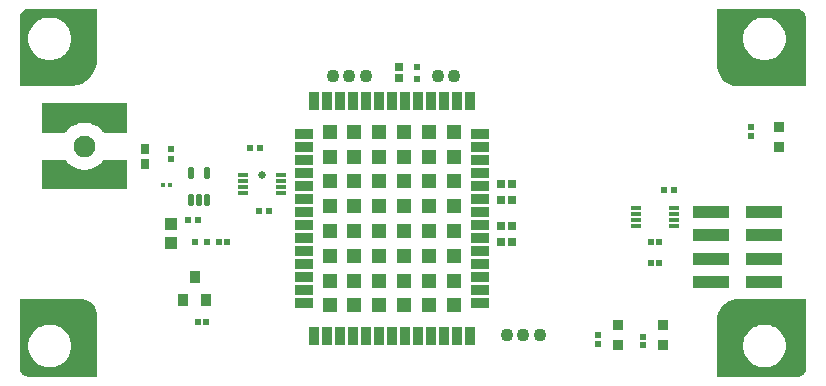
<source format=gts>
G04*
G04 #@! TF.GenerationSoftware,Altium Limited,Altium Designer,22.5.1 (42)*
G04*
G04 Layer_Color=8388736*
%FSLAX44Y44*%
%MOMM*%
G71*
G04*
G04 #@! TF.SameCoordinates,16E258D9-83B2-4854-9FD3-66D1B54B03FA*
G04*
G04*
G04 #@! TF.FilePolarity,Negative*
G04*
G01*
G75*
%ADD18R,5.0000X1.0000*%
%ADD19C,1.0000*%
%ADD21R,0.4725X0.5811*%
%ADD23R,0.5811X0.4725*%
%ADD28R,0.6000X0.5000*%
%ADD29R,0.6153X0.5725*%
%ADD32R,0.6500X0.8500*%
%ADD33R,0.5725X0.6153*%
%ADD34R,0.4541X0.3627*%
%ADD35R,0.5000X0.6000*%
%ADD39R,0.9000X0.9000*%
%ADD40C,1.1000*%
G04:AMPARAMS|DCode=41|XSize=0.5016mm|YSize=0.9516mm|CornerRadius=0.1008mm|HoleSize=0mm|Usage=FLASHONLY|Rotation=180.000|XOffset=0mm|YOffset=0mm|HoleType=Round|Shape=RoundedRectangle|*
%AMROUNDEDRECTD41*
21,1,0.5016,0.7500,0,0,180.0*
21,1,0.3000,0.9516,0,0,180.0*
1,1,0.2016,-0.1500,0.3750*
1,1,0.2016,0.1500,0.3750*
1,1,0.2016,0.1500,-0.3750*
1,1,0.2016,-0.1500,-0.3750*
%
%ADD41ROUNDEDRECTD41*%
%ADD42R,0.9016X1.6016*%
%ADD43R,1.6016X0.9016*%
%ADD44R,1.2016X1.2016*%
%ADD45R,0.7200X0.7000*%
G04:AMPARAMS|DCode=46|XSize=0.4016mm|YSize=0.9016mm|CornerRadius=0.1003mm|HoleSize=0mm|Usage=FLASHONLY|Rotation=90.000|XOffset=0mm|YOffset=0mm|HoleType=Round|Shape=RoundedRectangle|*
%AMROUNDEDRECTD46*
21,1,0.4016,0.7010,0,0,90.0*
21,1,0.2010,0.9016,0,0,90.0*
1,1,0.2006,0.3505,0.1005*
1,1,0.2006,0.3505,-0.1005*
1,1,0.2006,-0.3505,-0.1005*
1,1,0.2006,-0.3505,0.1005*
%
%ADD46ROUNDEDRECTD46*%
%ADD47R,0.9000X1.0000*%
%ADD48R,1.1000X1.0000*%
%ADD49R,0.7000X0.7200*%
%ADD50R,3.0516X1.1216*%
%ADD51C,0.6604*%
G36*
X68410Y269810D02*
X68190Y267663D01*
X66973Y263523D01*
X65021Y259674D01*
X62399Y256247D01*
X59196Y253355D01*
X55518Y251097D01*
X51491Y249548D01*
X47248Y248760D01*
X45090Y248760D01*
X3010D01*
Y306849D01*
X3011Y307598D01*
X3305Y309069D01*
X3880Y310455D01*
X4714Y311701D01*
X5775Y312761D01*
X7023Y313594D01*
X8409Y314167D01*
X9880Y314460D01*
X10630Y314460D01*
X10630Y314460D01*
X68410D01*
X68410Y269810D01*
D02*
G37*
G36*
X661080Y314460D02*
X661080Y314460D01*
X661080D01*
X662250Y314374D01*
X663182Y314200D01*
X664504Y313689D01*
X665710Y312945D01*
X666759Y311992D01*
X667615Y310863D01*
X668250Y309595D01*
X668642Y308233D01*
X668710Y307528D01*
X668710Y248760D01*
X612290Y248760D01*
X610481D01*
X606929Y249446D01*
X603571Y250794D01*
X600530Y252755D01*
X597916Y255256D01*
X595824Y258208D01*
X594331Y261504D01*
X593489Y265023D01*
X593410Y266830D01*
X593410Y314460D01*
X661080D01*
X661080Y314460D01*
D02*
G37*
G36*
X93561Y234314D02*
X93657Y234285D01*
X93745Y234237D01*
X93823Y234174D01*
X93886Y234097D01*
X93933Y234008D01*
X93962Y233913D01*
X93972Y233813D01*
Y210191D01*
X93962Y210091D01*
X93933Y209996D01*
X93886Y209907D01*
X93823Y209830D01*
X93745Y209767D01*
X93657Y209720D01*
X93561Y209690D01*
X93462Y209681D01*
X74316D01*
X74289Y209683D01*
X74261Y209684D01*
X74239Y209688D01*
X74217Y209690D01*
X74190Y209698D01*
X74163Y209704D01*
X74142Y209713D01*
X74121Y209720D01*
X74097Y209732D01*
X74071Y209743D01*
X74053Y209756D01*
X74033Y209767D01*
X74011Y209784D01*
X73989Y209800D01*
X73973Y209816D01*
X73955Y209830D01*
X73938Y209851D01*
X73918Y209871D01*
X72942Y211085D01*
X70728Y213260D01*
X68213Y215060D01*
X65450Y216450D01*
X62504Y217395D01*
X59448Y217874D01*
X56355D01*
X53299Y217395D01*
X50354Y216450D01*
X47590Y215060D01*
X45075Y213260D01*
X42862Y211085D01*
X41885Y209871D01*
X41866Y209851D01*
X41848Y209830D01*
X41831Y209816D01*
X41815Y209800D01*
X41792Y209784D01*
X41771Y209767D01*
X41751Y209756D01*
X41732Y209743D01*
X41707Y209732D01*
X41683Y209720D01*
X41661Y209713D01*
X41640Y209704D01*
X41613Y209698D01*
X41587Y209690D01*
X41564Y209688D01*
X41542Y209684D01*
X41515Y209683D01*
X41487Y209681D01*
X22342D01*
X22242Y209690D01*
X22146Y209720D01*
X22058Y209767D01*
X21981Y209830D01*
X21917Y209907D01*
X21870Y209996D01*
X21841Y210091D01*
X21831Y210191D01*
Y233813D01*
X21841Y233913D01*
X21870Y234008D01*
X21917Y234097D01*
X21981Y234174D01*
X22058Y234237D01*
X22146Y234285D01*
X22242Y234314D01*
X22342Y234324D01*
X93462D01*
X93561Y234314D01*
D02*
G37*
G36*
X58852Y207136D02*
X60520Y206804D01*
X60616Y206775D01*
X60616Y206775D01*
X62188Y206124D01*
X62276Y206077D01*
X63690Y205131D01*
X63768Y205068D01*
X63768Y205068D01*
X64971Y203865D01*
X65034Y203788D01*
X65979Y202374D01*
X65979Y202373D01*
X66027Y202285D01*
X66677Y200714D01*
X66707Y200618D01*
X67038Y198949D01*
X67048Y198850D01*
Y197999D01*
Y197148D01*
X67038Y197049D01*
X66707Y195380D01*
X66677Y195285D01*
X66677Y195285D01*
X66027Y193713D01*
X65979Y193625D01*
X65034Y192210D01*
X64971Y192133D01*
X64971Y192133D01*
X63768Y190930D01*
X63690Y190867D01*
X62276Y189922D01*
X62276Y189921D01*
X62188Y189874D01*
X60616Y189223D01*
X60520Y189194D01*
X58852Y188862D01*
X58752Y188853D01*
X57051D01*
X56951Y188862D01*
X55283Y189194D01*
X55187Y189223D01*
X55187Y189223D01*
X53616Y189874D01*
X53527Y189921D01*
X52113Y190867D01*
X52036Y190930D01*
X52035Y190930D01*
X50833Y192133D01*
X50769Y192210D01*
X49824Y193625D01*
X49824Y193625D01*
X49777Y193713D01*
X49126Y195285D01*
X49097Y195380D01*
X48765Y197049D01*
X48755Y197148D01*
Y197999D01*
Y198850D01*
X48765Y198949D01*
X49097Y200618D01*
X49126Y200714D01*
X49126Y200714D01*
X49777Y202285D01*
X49824Y202373D01*
X50769Y203788D01*
X50833Y203865D01*
X50833Y203865D01*
X52036Y205068D01*
X52113Y205131D01*
X53527Y206077D01*
X53527Y206077D01*
X53616Y206124D01*
X55187Y206775D01*
X55283Y206804D01*
X56951Y207136D01*
X57051Y207146D01*
X58752D01*
X58852Y207136D01*
D02*
G37*
G36*
X93561Y186308D02*
X93657Y186279D01*
X93745Y186231D01*
X93823Y186168D01*
X93886Y186091D01*
X93933Y186002D01*
X93962Y185907D01*
X93972Y185807D01*
Y162185D01*
X93962Y162085D01*
X93933Y161990D01*
X93886Y161901D01*
X93823Y161824D01*
X93745Y161761D01*
X93657Y161714D01*
X93561Y161684D01*
X93462Y161675D01*
X22342D01*
X22242Y161684D01*
X22146Y161714D01*
X22058Y161761D01*
X21981Y161824D01*
X21917Y161901D01*
X21870Y161990D01*
X21841Y162085D01*
X21831Y162185D01*
Y185807D01*
X21841Y185907D01*
X21870Y186002D01*
X21917Y186091D01*
X21981Y186168D01*
X22058Y186231D01*
X22146Y186279D01*
X22242Y186308D01*
X22342Y186318D01*
X41487D01*
X41515Y186315D01*
X41542Y186315D01*
X41564Y186310D01*
X41587Y186308D01*
X41613Y186300D01*
X41640Y186294D01*
X41661Y186285D01*
X41683Y186279D01*
X41707Y186266D01*
X41732Y186255D01*
X41751Y186242D01*
X41771Y186231D01*
X41792Y186214D01*
X41815Y186199D01*
X41830Y186183D01*
X41848Y186168D01*
X41866Y186147D01*
X41885Y186127D01*
X42862Y184914D01*
X45075Y182739D01*
X47590Y180938D01*
X50354Y179548D01*
X53299Y178603D01*
X56355Y178124D01*
X59448D01*
X62504Y178603D01*
X65450Y179548D01*
X68213Y180938D01*
X70728Y182738D01*
X72942Y184914D01*
X73918Y186127D01*
X73938Y186147D01*
X73955Y186168D01*
X73973Y186182D01*
X73989Y186199D01*
X74011Y186214D01*
X74033Y186231D01*
X74053Y186242D01*
X74071Y186255D01*
X74097Y186266D01*
X74121Y186279D01*
X74142Y186285D01*
X74163Y186294D01*
X74190Y186300D01*
X74217Y186308D01*
X74239Y186310D01*
X74261Y186315D01*
X74289Y186315D01*
X74316Y186318D01*
X93462Y186318D01*
X93561Y186308D01*
D02*
G37*
G36*
X58784Y68181D02*
X61151Y67241D01*
X63298Y65872D01*
X65150Y64124D01*
X66640Y62059D01*
X67715Y59750D01*
X68337Y57281D01*
X68410Y56010D01*
X68410Y2960D01*
X10660D01*
X9929Y2960D01*
X8494Y3236D01*
X7137Y3779D01*
X5907Y4569D01*
X4848Y5577D01*
X4000Y6768D01*
X3391Y8097D01*
X3045Y9517D01*
X3010Y10247D01*
Y68660D01*
X55010D01*
X55010Y68660D01*
X55010Y68660D01*
X56283Y68660D01*
X58784Y68181D01*
D02*
G37*
G36*
X668917Y9938D02*
X668858Y9220D01*
X668477Y7832D01*
X667845Y6538D01*
X666984Y5383D01*
X665925Y4407D01*
X664704Y3645D01*
X663363Y3121D01*
X662458Y2950D01*
X661227Y2855D01*
X593618Y2855D01*
X593617Y51804D01*
X593705Y53485D01*
X594512Y56751D01*
X595921Y59807D01*
X597881Y62542D01*
X600321Y64858D01*
X603155Y66673D01*
X606281Y67920D01*
X609585Y68555D01*
X611267D01*
X611268Y68555D01*
X668917D01*
X668917Y9938D01*
D02*
G37*
%LPC*%
G36*
X30037Y307050D02*
X26983D01*
X26733Y307000D01*
X26478D01*
X23484Y306404D01*
X23248Y306307D01*
X22998Y306257D01*
X20177Y305089D01*
X19965Y304947D01*
X19729Y304849D01*
X17191Y303153D01*
X17010Y302973D01*
X16798Y302831D01*
X14639Y300672D01*
X14497Y300460D01*
X14317Y300280D01*
X12621Y297741D01*
X12523Y297505D01*
X12381Y297293D01*
X11213Y294472D01*
X11163Y294222D01*
X11066Y293986D01*
X10470Y290992D01*
Y290737D01*
X10420Y290487D01*
Y288960D01*
Y287433D01*
X10470Y287183D01*
Y286928D01*
X11066Y283934D01*
X11163Y283698D01*
X11213Y283448D01*
X12381Y280627D01*
X12523Y280415D01*
X12621Y280179D01*
X14317Y277640D01*
X14497Y277460D01*
X14639Y277248D01*
X16798Y275089D01*
X17010Y274947D01*
X17191Y274767D01*
X19729Y273071D01*
X19965Y272973D01*
X20177Y272831D01*
X22998Y271663D01*
X23248Y271613D01*
X23484Y271516D01*
X26478Y270920D01*
X26733D01*
X26983Y270870D01*
X30037D01*
X30287Y270920D01*
X30542D01*
X33536Y271516D01*
X33772Y271613D01*
X34022Y271663D01*
X36843Y272831D01*
X37055Y272973D01*
X37291Y273071D01*
X39829Y274767D01*
X40010Y274947D01*
X40222Y275089D01*
X42381Y277248D01*
X42523Y277460D01*
X42703Y277640D01*
X44399Y280179D01*
X44497Y280415D01*
X44639Y280627D01*
X45807Y283448D01*
X45857Y283698D01*
X45954Y283934D01*
X46550Y286928D01*
Y287183D01*
X46600Y287433D01*
Y288960D01*
Y290487D01*
X46550Y290737D01*
Y290992D01*
X45954Y293986D01*
X45857Y294222D01*
X45807Y294472D01*
X44639Y297293D01*
X44497Y297505D01*
X44399Y297741D01*
X42703Y300280D01*
X42523Y300460D01*
X42381Y300672D01*
X40222Y302831D01*
X40010Y302973D01*
X39829Y303153D01*
X37291Y304849D01*
X37055Y304947D01*
X36843Y305089D01*
X34022Y306257D01*
X33772Y306307D01*
X33536Y306404D01*
X30542Y307000D01*
X30287D01*
X30037Y307050D01*
D02*
G37*
G36*
X635037D02*
X631983D01*
X631733Y307000D01*
X631478D01*
X628484Y306404D01*
X628248Y306307D01*
X627998Y306257D01*
X625177Y305089D01*
X624965Y304947D01*
X624729Y304849D01*
X622191Y303153D01*
X622010Y302973D01*
X621798Y302831D01*
X619639Y300672D01*
X619497Y300460D01*
X619317Y300280D01*
X617621Y297741D01*
X617523Y297505D01*
X617381Y297293D01*
X616213Y294472D01*
X616163Y294222D01*
X616066Y293986D01*
X615470Y290992D01*
Y290737D01*
X615420Y290487D01*
Y287433D01*
X615470Y287183D01*
Y286928D01*
X616066Y283934D01*
X616163Y283698D01*
X616213Y283448D01*
X617381Y280627D01*
X617523Y280415D01*
X617621Y280179D01*
X619317Y277640D01*
X619497Y277460D01*
X619639Y277248D01*
X621798Y275089D01*
X622010Y274947D01*
X622191Y274767D01*
X624729Y273071D01*
X624965Y272973D01*
X625177Y272831D01*
X627998Y271663D01*
X628248Y271613D01*
X628484Y271516D01*
X631478Y270920D01*
X631733D01*
X631983Y270870D01*
X635037D01*
X635287Y270920D01*
X635542D01*
X638536Y271516D01*
X638772Y271613D01*
X639022Y271663D01*
X641843Y272831D01*
X642055Y272973D01*
X642291Y273071D01*
X644829Y274767D01*
X645010Y274947D01*
X645222Y275089D01*
X647381Y277248D01*
X647523Y277460D01*
X647703Y277640D01*
X649399Y280179D01*
X649497Y280415D01*
X649639Y280627D01*
X650807Y283448D01*
X650857Y283698D01*
X650954Y283934D01*
X651550Y286928D01*
Y287183D01*
X651600Y287433D01*
Y290487D01*
X651550Y290737D01*
Y290992D01*
X650954Y293986D01*
X650857Y294222D01*
X650807Y294472D01*
X649639Y297293D01*
X649497Y297505D01*
X649399Y297741D01*
X647703Y300280D01*
X647523Y300460D01*
X647381Y300672D01*
X645222Y302831D01*
X645010Y302973D01*
X644829Y303153D01*
X642291Y304849D01*
X642055Y304947D01*
X641843Y305089D01*
X639022Y306257D01*
X638772Y306307D01*
X638536Y306404D01*
X635542Y307000D01*
X635287D01*
X635037Y307050D01*
D02*
G37*
G36*
X30037Y47050D02*
X26983D01*
X26733Y47000D01*
X26478D01*
X23484Y46404D01*
X23248Y46307D01*
X22998Y46257D01*
X20177Y45089D01*
X19965Y44947D01*
X19729Y44849D01*
X17191Y43153D01*
X17010Y42973D01*
X16798Y42831D01*
X14639Y40672D01*
X14497Y40460D01*
X14317Y40279D01*
X12621Y37741D01*
X12523Y37505D01*
X12381Y37293D01*
X11213Y34472D01*
X11163Y34222D01*
X11066Y33986D01*
X10470Y30992D01*
Y30737D01*
X10420Y30487D01*
Y27433D01*
X10470Y27183D01*
Y26928D01*
X11066Y23934D01*
X11163Y23698D01*
X11213Y23448D01*
X12381Y20627D01*
X12523Y20415D01*
X12621Y20179D01*
X14317Y17641D01*
X14497Y17460D01*
X14639Y17248D01*
X16798Y15089D01*
X17010Y14947D01*
X17191Y14767D01*
X19729Y13071D01*
X19965Y12973D01*
X20177Y12831D01*
X22998Y11663D01*
X23248Y11613D01*
X23484Y11516D01*
X26478Y10920D01*
X26733D01*
X26983Y10870D01*
X30037D01*
X30287Y10920D01*
X30542D01*
X33536Y11516D01*
X33772Y11613D01*
X34022Y11663D01*
X36843Y12831D01*
X37055Y12973D01*
X37291Y13071D01*
X39829Y14767D01*
X40010Y14947D01*
X40222Y15089D01*
X42381Y17248D01*
X42523Y17460D01*
X42703Y17641D01*
X44399Y20179D01*
X44497Y20415D01*
X44639Y20627D01*
X45807Y23448D01*
X45857Y23698D01*
X45954Y23934D01*
X46550Y26928D01*
Y27183D01*
X46600Y27433D01*
Y30487D01*
X46550Y30737D01*
Y30992D01*
X45954Y33986D01*
X45857Y34222D01*
X45807Y34472D01*
X44639Y37293D01*
X44497Y37505D01*
X44399Y37741D01*
X42703Y40279D01*
X42523Y40460D01*
X42381Y40672D01*
X40222Y42831D01*
X40010Y42973D01*
X39829Y43153D01*
X37291Y44849D01*
X37055Y44947D01*
X36843Y45089D01*
X34022Y46257D01*
X33772Y46307D01*
X33536Y46404D01*
X30542Y47000D01*
X30287D01*
X30037Y47050D01*
D02*
G37*
G36*
X635037D02*
X631983D01*
X631733Y47000D01*
X631478D01*
X628484Y46404D01*
X628248Y46307D01*
X627998Y46257D01*
X625177Y45089D01*
X624965Y44947D01*
X624729Y44849D01*
X622191Y43153D01*
X622010Y42973D01*
X621798Y42831D01*
X619639Y40672D01*
X619497Y40460D01*
X619317Y40279D01*
X617621Y37741D01*
X617523Y37505D01*
X617381Y37293D01*
X616213Y34472D01*
X616163Y34222D01*
X616066Y33986D01*
X615470Y30992D01*
Y30737D01*
X615420Y30487D01*
Y27433D01*
X615470Y27183D01*
Y26928D01*
X616066Y23934D01*
X616163Y23698D01*
X616213Y23448D01*
X617381Y20627D01*
X617523Y20415D01*
X617621Y20179D01*
X619317Y17641D01*
X619497Y17460D01*
X619639Y17248D01*
X621798Y15089D01*
X622010Y14947D01*
X622191Y14767D01*
X624729Y13071D01*
X624965Y12973D01*
X625177Y12831D01*
X627998Y11663D01*
X628248Y11613D01*
X628484Y11516D01*
X631478Y10920D01*
X631733D01*
X631983Y10870D01*
X635037D01*
X635287Y10920D01*
X635542D01*
X638536Y11516D01*
X638772Y11613D01*
X639022Y11663D01*
X641843Y12831D01*
X642055Y12973D01*
X642291Y13071D01*
X644829Y14767D01*
X645010Y14947D01*
X645222Y15089D01*
X647381Y17248D01*
X647523Y17460D01*
X647703Y17641D01*
X649399Y20179D01*
X649497Y20415D01*
X649639Y20627D01*
X650807Y23448D01*
X650857Y23698D01*
X650954Y23934D01*
X651550Y26928D01*
Y27183D01*
X651600Y27433D01*
Y30487D01*
X651550Y30737D01*
Y30992D01*
X650954Y33986D01*
X650857Y34222D01*
X650807Y34472D01*
X649639Y37293D01*
X649497Y37505D01*
X649399Y37741D01*
X647703Y40279D01*
X647523Y40460D01*
X647381Y40672D01*
X645222Y42831D01*
X645010Y42973D01*
X644829Y43153D01*
X642291Y44849D01*
X642055Y44947D01*
X641843Y45089D01*
X639022Y46257D01*
X638772Y46307D01*
X638536Y46404D01*
X635542Y47000D01*
X635287D01*
X635037Y47050D01*
D02*
G37*
%LPD*%
D18*
X57900Y168838D02*
D03*
X55360Y225940D02*
D03*
D19*
X57902Y197999D02*
D03*
D21*
X622554Y214221D02*
D03*
Y206911D02*
D03*
X492760Y37945D02*
D03*
Y30635D02*
D03*
X530860Y36675D02*
D03*
Y29365D02*
D03*
D23*
X537365Y99060D02*
D03*
X544675D02*
D03*
Y116840D02*
D03*
X537365D02*
D03*
X153825Y49530D02*
D03*
X161135D02*
D03*
X178915Y116840D02*
D03*
X171605D02*
D03*
D28*
X339090Y255350D02*
D03*
Y265350D02*
D03*
D29*
X213836Y143510D02*
D03*
X205264D02*
D03*
X557211Y161290D02*
D03*
X548640D02*
D03*
X206216Y196850D02*
D03*
X197644D02*
D03*
X154146Y135890D02*
D03*
X145574D02*
D03*
D32*
X109220Y182980D02*
D03*
Y195480D02*
D03*
D33*
X130810Y187484D02*
D03*
Y196056D02*
D03*
D34*
X130043Y165100D02*
D03*
X123957D02*
D03*
D35*
X161210Y116840D02*
D03*
X151210D02*
D03*
D39*
X645922Y213990D02*
D03*
Y197490D02*
D03*
X509270Y46350D02*
D03*
Y29850D02*
D03*
X547370Y46350D02*
D03*
Y29850D02*
D03*
D40*
X370840Y257810D02*
D03*
X356870D02*
D03*
X295910D02*
D03*
X281940D02*
D03*
X267970D02*
D03*
X443230Y38100D02*
D03*
X429260D02*
D03*
X415290D02*
D03*
D41*
X148440Y175080D02*
D03*
X161440D02*
D03*
Y152580D02*
D03*
X154940D02*
D03*
X148440D02*
D03*
D42*
X383930Y236320D02*
D03*
X372930D02*
D03*
X361930D02*
D03*
X350930D02*
D03*
X339930D02*
D03*
X328930D02*
D03*
X317930D02*
D03*
X284930D02*
D03*
X273930D02*
D03*
X262930D02*
D03*
X295930D02*
D03*
X306930D02*
D03*
X251930D02*
D03*
Y37320D02*
D03*
X262930D02*
D03*
X273930D02*
D03*
X284930D02*
D03*
X295930D02*
D03*
X306930D02*
D03*
X317930D02*
D03*
X328930D02*
D03*
X339930D02*
D03*
X350930D02*
D03*
X361930D02*
D03*
X372930D02*
D03*
X383930D02*
D03*
D43*
X243430Y208320D02*
D03*
Y197320D02*
D03*
Y186320D02*
D03*
Y175320D02*
D03*
Y164320D02*
D03*
Y153320D02*
D03*
Y142320D02*
D03*
Y131320D02*
D03*
Y120320D02*
D03*
Y109320D02*
D03*
Y98320D02*
D03*
Y87320D02*
D03*
Y76320D02*
D03*
Y65320D02*
D03*
X392430D02*
D03*
Y76320D02*
D03*
Y87320D02*
D03*
Y98320D02*
D03*
Y109320D02*
D03*
Y120320D02*
D03*
Y131320D02*
D03*
Y142320D02*
D03*
Y153320D02*
D03*
Y164320D02*
D03*
Y175320D02*
D03*
Y186320D02*
D03*
Y197320D02*
D03*
Y208320D02*
D03*
D44*
X265430Y63320D02*
D03*
Y84320D02*
D03*
Y105320D02*
D03*
Y126320D02*
D03*
Y147320D02*
D03*
Y168320D02*
D03*
Y189320D02*
D03*
X265430Y210320D02*
D03*
X286430Y63320D02*
D03*
Y84320D02*
D03*
Y105320D02*
D03*
Y126320D02*
D03*
Y147320D02*
D03*
Y168320D02*
D03*
Y189320D02*
D03*
X286430Y210320D02*
D03*
X307430Y63320D02*
D03*
Y84320D02*
D03*
Y105320D02*
D03*
Y126320D02*
D03*
Y147320D02*
D03*
Y168320D02*
D03*
Y189320D02*
D03*
X307430Y210320D02*
D03*
X328430Y63320D02*
D03*
Y84320D02*
D03*
Y105320D02*
D03*
Y126320D02*
D03*
Y147320D02*
D03*
Y168320D02*
D03*
Y189320D02*
D03*
X328430Y210320D02*
D03*
X349430Y63320D02*
D03*
Y84320D02*
D03*
Y105320D02*
D03*
Y126320D02*
D03*
Y147320D02*
D03*
Y168320D02*
D03*
Y189320D02*
D03*
X349430Y210320D02*
D03*
X370430Y63320D02*
D03*
Y84320D02*
D03*
Y105320D02*
D03*
Y126320D02*
D03*
Y147320D02*
D03*
Y168320D02*
D03*
Y189320D02*
D03*
X370430Y210320D02*
D03*
D45*
X323850Y264950D02*
D03*
Y255750D02*
D03*
D46*
X224280Y158870D02*
D03*
Y163870D02*
D03*
Y168870D02*
D03*
Y173870D02*
D03*
X192280Y158870D02*
D03*
Y163870D02*
D03*
Y168870D02*
D03*
Y173870D02*
D03*
X557020Y130930D02*
D03*
Y135930D02*
D03*
Y140930D02*
D03*
Y145930D02*
D03*
X525020Y130930D02*
D03*
Y135930D02*
D03*
Y140930D02*
D03*
Y145930D02*
D03*
D47*
X141630Y67470D02*
D03*
X160630D02*
D03*
X151130Y87470D02*
D03*
D48*
X130810Y116460D02*
D03*
Y132460D02*
D03*
D49*
X410690Y116840D02*
D03*
X419890D02*
D03*
Y130810D02*
D03*
X410690D02*
D03*
X419890Y152400D02*
D03*
X410690D02*
D03*
Y166370D02*
D03*
X419890D02*
D03*
D50*
X633450Y82800D02*
D03*
Y102800D02*
D03*
Y122800D02*
D03*
Y142800D02*
D03*
X587950Y82800D02*
D03*
Y102800D02*
D03*
Y122800D02*
D03*
Y142800D02*
D03*
D51*
X208280Y173990D02*
D03*
M02*

</source>
